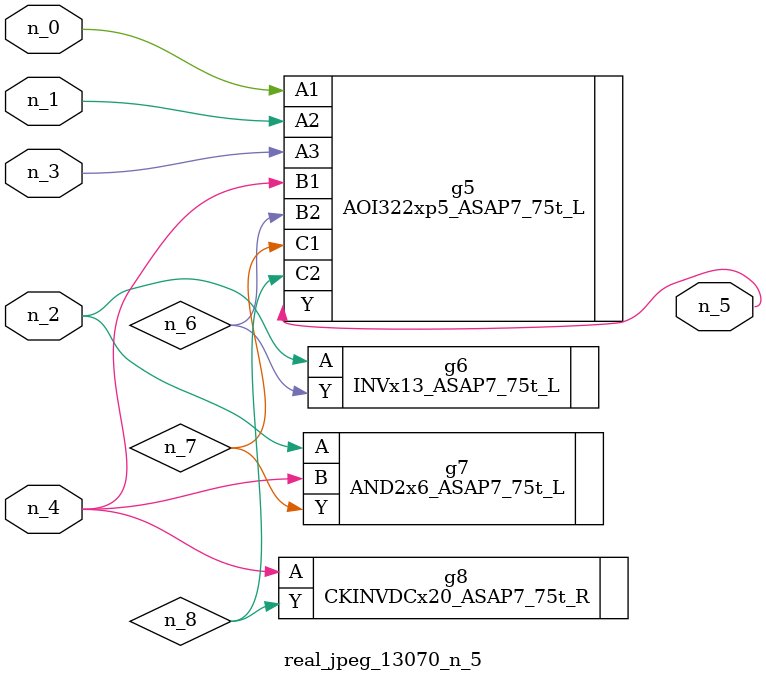
<source format=v>
module real_jpeg_13070_n_5 (n_4, n_0, n_1, n_2, n_3, n_5);

input n_4;
input n_0;
input n_1;
input n_2;
input n_3;

output n_5;

wire n_8;
wire n_6;
wire n_7;

AOI322xp5_ASAP7_75t_L g5 ( 
.A1(n_0),
.A2(n_1),
.A3(n_3),
.B1(n_4),
.B2(n_6),
.C1(n_7),
.C2(n_8),
.Y(n_5)
);

INVx13_ASAP7_75t_L g6 ( 
.A(n_2),
.Y(n_6)
);

AND2x6_ASAP7_75t_L g7 ( 
.A(n_2),
.B(n_4),
.Y(n_7)
);

CKINVDCx20_ASAP7_75t_R g8 ( 
.A(n_4),
.Y(n_8)
);


endmodule
</source>
